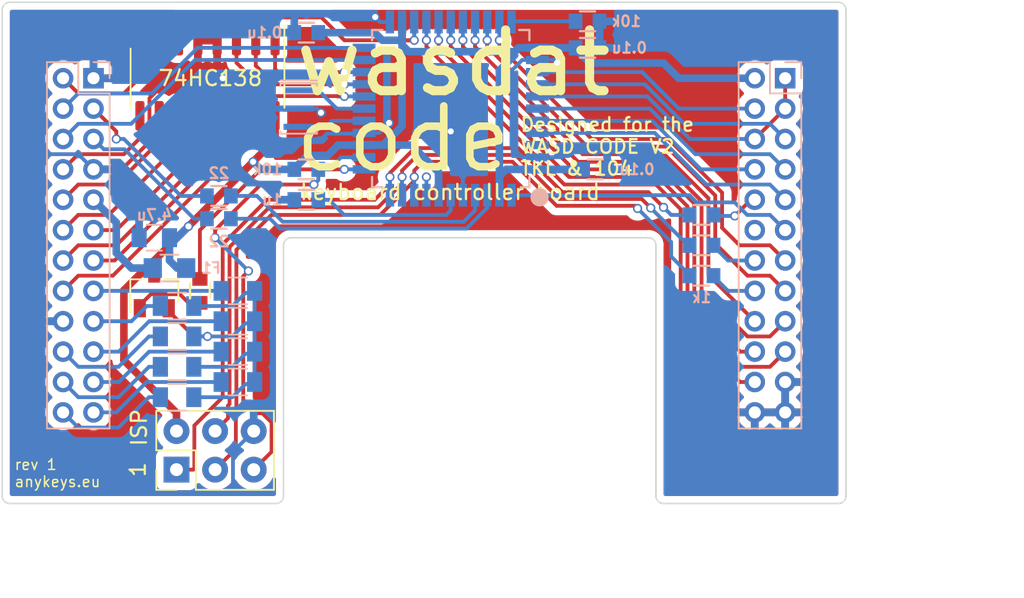
<source format=kicad_pcb>
(kicad_pcb (version 20210228) (generator pcbnew)
  (layers (0 "F.Cu" signal) (31 "B.Cu" signal) (34 "B.Paste" user) (35 "F.Paste" user) (36 "B.SilkS" user "B.Silkscreen") (37 "F.SilkS" user "F.Silkscreen") (38 "B.Mask" user) (39 "F.Mask" user) (44 "Edge.Cuts" user))
  (net 0 "")
  (net 1 "GND")
  (net 2 "VCC")
  (net 3 "D+")
  (net 4 "D-")
  (net 5 "col11")
  (net 6 "col1")
  (net 7 "col6")
  (net 8 "col7")
  (net 9 "col8")
  (net 10 "col9")
  (net 11 "col10")
  (net 12 "col12")
  (net 13 "col13")
  (net 14 "col14")
  (net 15 "row7")
  (net 16 "row6")
  (net 17 "row5")
  (net 18 "row4")
  (net 19 "row3")
  (net 20 "row2")
  (net 21 "LED_caps")
  (net 22 "LED_scroll")
  (net 23 "col4")
  (net 24 "col3")
  (net 25 "col2")
  (net 26 "col0")
  (net 27 "Net-(H1-Pad23)")
  (net 28 "Net-(H1-Pad22)")
  (net 29 "Net-(H1-Pad21)")
  (net 30 "Net-(H1-Pad20)")
  (net 31 "Net-(H1-Pad19)")
  (net 32 "Net-(R3-Pad1)")
  (net 33 "Net-(R4-Pad1)")
  (net 34 "backlight")
  (net 35 "Net-(Q1-Pad1)")
  (net 36 "RST")
  (net 37 "Net-(H1-Pad24)")
  (net 38 "row1")
  (net 39 "row0")
  (net 40 "col5")
  (net 41 "LED_num")
  (net 42 "Net-(U1-Pad16)")
  (net 43 "Net-(U1-Pad17)")
  (net 44 "A0")
  (net 45 "A1")
  (net 46 "A2")
  (net 47 "col15")
  (net 48 "Net-(R2-Pad1)")
  (net 49 "mux_enable")
  (net 50 "Net-(F1-Pad2)")
  (net 51 "Net-(H1-Pad17)")
  (net 52 "Net-(H1-Pad15)")
  (net 53 "Net-(H2-Pad16)")
  (net 54 "Net-(H2-Pad14)")
  (net 55 "Net-(H2-Pad10)")
  (footprint "Keeb_components:SOT-23" (layer "F.Cu") (at 10 19 90)
    (fp_text reference "Q1")
    (fp_text value "AO3400" hide)
  )
  (footprint "Keeb_components:R_0603" (layer "F.Cu") (at 13 19 -90)
    (fp_text reference "R3" hide)
    (fp_text value "10k")
  )
  (footprint "Keeb_components:isp_standard" (layer "F.Cu") (at 14 29.5 90)
    (fp_text reference "J1" hide)
    (fp_text value "ISP")
  )
  (footprint "Package_SO:SOIC-16_3.9x9.9mm_P1.27mm" (layer "F.Cu") (at 13.5 5 -90)
    (fp_text reference "U2" hide)
    (fp_text value "74HC138")
  )
  (footprint "Keeb_components:C_0603" (layer "B.Cu") (at 20 13 180)
    (fp_text reference "C5" hide)
    (fp_text value "1u")
  )
  (footprint "Keeb_components:ATMEGA32U4" (layer "B.Cu") (at 29.5 7 90)
    (fp_text reference "U1")
    (fp_text value "ATmega32U4")
  )
  (footprint "Keeb_components:C_0603" (layer "B.Cu") (at 20 2 180)
    (fp_text reference "C1" hide)
    (fp_text value "0.1u")
  )
  (footprint "Keeb_components:C_0603" (layer "B.Cu") (at 38.5 3)
    (fp_text reference "C2" hide)
    (fp_text value "0.1u")
  )
  (footprint "Keeb_components:C_0603" (layer "B.Cu") (at 39 11)
    (fp_text reference "C3" hide)
    (fp_text value "0.1u")
  )
  (footprint "Keeb_components:R_0603" (layer "B.Cu") (at 46 16 180)
    (fp_text reference "R7" hide)
    (fp_text value "1k")
  )
  (footprint "Keeb_components:R_0805" (layer "B.Cu") (at 11.5 22 180)
    (fp_text reference "R14" hide)
    (fp_text value "75" hide)
  )
  (footprint "Keeb_components:R_0805" (layer "B.Cu") (at 15.5 19)
    (fp_text reference "R9" hide)
    (fp_text value "75" hide)
  )
  (footprint "Keeb_components:R_0805" (layer "B.Cu") (at 11.5 26 180)
    (fp_text reference "R16" hide)
    (fp_text value "75" hide)
  )
  (footprint "Keeb_components:R_0603" (layer "B.Cu") (at 20 11)
    (fp_text reference "R5" hide)
    (fp_text value "10k")
  )
  (footprint "Keeb_components:R_0603" (layer "B.Cu") (at 46 18 180)
    (fp_text reference "R8" hide)
    (fp_text value "1k")
  )
  (footprint "Connector_PinHeader_2.00mm:PinHeader_2x12_P2.00mm_Vertical" (layer "B.Cu") (at 6 5 180)
    (fp_text reference "H1" hide)
    (fp_text value "Left" hide)
  )
  (footprint "Connector_PinHeader_2.00mm:PinHeader_2x12_P2.00mm_Vertical" (layer "B.Cu") (at 51.5 5 180)
    (fp_text reference "H2" hide)
    (fp_text value "Right" hide)
  )
  (footprint "Keeb_components:R_0805" (layer "B.Cu") (at 11.5 24 180)
    (fp_text reference "R15" hide)
    (fp_text value "75" hide)
  )
  (footprint "Keeb_components:R_0805" (layer "B.Cu") (at 15.5 21)
    (fp_text reference "R11" hide)
    (fp_text value "75" hide)
  )
  (footprint "Keeb_components:R_0603" (layer "B.Cu") (at 14.25 14.25 180)
    (fp_text reference "R2" hide)
    (fp_text value "22")
  )
  (footprint "Keeb_components:R_0805" (layer "B.Cu") (at 15.5 25)
    (fp_text reference "R13" hide)
    (fp_text value "75" hide)
  )
  (footprint "Keeb_components:R_0603" (layer "B.Cu") (at 46 14 180)
    (fp_text reference "R6" hide)
    (fp_text value "1k")
  )
  (footprint "Keeb_components:Resonator_SMD_muRata_CSTNExxV-3Pin-p1.2" (layer "B.Cu") (at 19.5 7 -90)
    (fp_text reference "X1" hide)
    (fp_text value "16mhz")
  )
  (footprint "Keeb_components:R_0603" (layer "B.Cu") (at 14.25 12.75 180)
    (fp_text reference "R1" hide)
    (fp_text value "22")
  )
  (footprint "Keeb_components:R_0805" (layer "B.Cu") (at 15.5 23)
    (fp_text reference "R12" hide)
    (fp_text value "75" hide)
  )
  (footprint "Keeb_components:R_0603" (layer "B.Cu") (at 38.5 1.25)
    (fp_text reference "R4" hide)
    (fp_text value "10k")
  )
  (footprint "Keeb_components:R_0805" (layer "B.Cu") (at 11.5 20)
    (fp_text reference "R10" hide)
    (fp_text value "75" hide)
  )
  (footprint "Keeb_components:C_0805" (layer "B.Cu") (at 10 15.5 180)
    (fp_text reference "C4")
    (fp_text value "4.7u")
  )
  (footprint "Keeb_components:R_0805" (layer "B.Cu") (at 11 17.5 180)
    (fp_text reference "F1")
    (fp_text value "Polyfuse" hide)
  )
  (gr_line (start 0.5 0) (end 55 0) (layer "Edge.Cuts") (width 0.1))
  (gr_line (start 55 33) (end 43.5 33) (layer "Edge.Cuts") (width 0.1))
  (gr_line (start 0 0.5) (end 0 32.5) (layer "Edge.Cuts") (width 0.1))
  (gr_arc (start 42.5 16) (end 43 16) (angle -90) (layer "Edge.Cuts") (width 0.1))
  (gr_line (start 18.5 16) (end 18.5 32.5) (layer "Edge.Cuts") (width 0.1))
  (gr_line (start 18 33) (end 0.5 33) (layer "Edge.Cuts") (width 0.1))
  (gr_arc (start 55 32.5) (end 55 33) (angle -90) (layer "Edge.Cuts") (width 0.1))
  (gr_line (start 42.5 15.5) (end 19 15.5) (layer "Edge.Cuts") (width 0.1))
  (gr_arc (start 0.5 32.5) (end 0 32.5) (angle -90) (layer "Edge.Cuts") (width 0.1))
  (gr_line (start 55.5 0.5) (end 55.5 32.5) (layer "Edge.Cuts") (width 0.1))
  (gr_arc (start 19 16) (end 19 15.5) (angle -90) (layer "Edge.Cuts") (width 0.1))
  (gr_line (start 43 32.5) (end 43 16) (layer "Edge.Cuts") (width 0.1))
  (gr_arc (start 18 32.5) (end 18 33) (angle -90) (layer "Edge.Cuts") (width 0.1))
  (gr_arc (start 43.5 32.5) (end 43 32.5) (angle -90) (layer "Edge.Cuts") (width 0.1))
  (gr_arc (start 55 0.5) (end 55.5 0.5) (angle -90) (layer "Edge.Cuts") (width 0.1))
  (gr_arc (start 0.5 0.5) (end 0.5 0) (angle -90) (layer "Edge.Cuts") (width 0.1))
  (gr_text "code" (at 19 9) (layer "F.SilkS") (effects (font (size 4 4) (thickness 0.5)) (justify left)))
  (gr_text "rev 1\nanykeys.eu" (at 0.75 31) (layer "F.SilkS") (effects (font (size 0.7 0.7) (thickness 0.1)) (justify left)))
  (gr_text "wasdat" (at 19 4) (layer "F.SilkS") (effects (font (size 4 4) (thickness 0.6)) (justify left)))
  (gr_text "Designed for the\nWASD CODE V2\nTKL & 104" (at 34 9.5) (layer "F.SilkS") (effects (font (size 0.9 0.9)) (justify left)))
  (gr_text "keyboard controller board" (at 19.5 12.5) (layer "F.SilkS") (effects (font (size 1 1)) (justify left)))
  (via (at 27.899994 11.5) (size 0.6) (drill 0.4) (layers "F.Cu" "B.Cu") (net 0))
  (segment (start 21.4875 13) (end 22.4875 14) (width 0.25) (layer "B.Cu") (net 0))
  (segment (start 29.2 14) (end 29.5 13.7) (width 0.25) (layer "B.Cu") (net 0))
  (segment (start 20.7875 13) (end 21.4875 13) (width 0.25) (layer "B.Cu") (net 0))
  (segment (start 27.9 11.500006) (end 27.899994 11.5) (width 0.25) (layer "B.Cu") (net 0))
  (segment (start 22.4875 14) (end 29.2 14) (width 0.25) (layer "B.Cu") (net 0))
  (segment (start 29.5 13.7) (end 29.5 12.7) (width 0.25) (layer "B.Cu") (net 0))
  (segment (start 27.9 12.7) (end 27.9 11.500006) (width 0.25) (layer "B.Cu") (net 0))
  (segment (start 7.86359 11) (end 9.68001 9.18358) (width 0.25) (layer "F.Cu") (net 1))
  (segment (start 9.68001 6.31999) (end 10.5 5.5) (width 0.25) (layer "F.Cu") (net 1))
  (segment (start 12.865 2.525) (end 14.135 2.525) (width 0.25) (layer "F.Cu") (net 1))
  (segment (start 14.135 4.635) (end 14.5 5) (width 0.25) (layer "F.Cu") (net 1))
  (segment (start 6 11) (end 7.86359 11) (width 0.25) (layer "F.Cu") (net 1))
  (segment (start 9.68001 9.18358) (end 9.68001 6.31999) (width 0.25) (layer "F.Cu") (net 1))
  (segment (start 14.135 2.525) (end 14.135 4.635) (width 0.25) (layer "F.Cu") (net 1))
  (via (at 29.5 8.5) (size 0.6) (drill 0.4) (layers "F.Cu" "B.Cu") (net 1))
  (via (at 14.5 5) (size 0.6) (drill 0.4) (layers "F.Cu" "B.Cu") (net 1))
  (via (at 20.966254 7.271569) (size 0.6) (drill 0.4) (layers "F.Cu" "B.Cu") (net 1))
  (via (at 24.530331 0.969669) (size 0.6) (drill 0.4) (layers "F.Cu" "B.Cu") (net 1))
  (via (at 25.444669 7.944669) (size 0.6) (drill 0.4) (layers "F.Cu" "B.Cu") (net 1))
  (via (at 36.5 3.975) (size 0.6) (drill 0.4) (layers "F.Cu" "B.Cu") (net 1))
  (segment (start 21.349991 8.650009) (end 21 9) (width 0.25) (layer "B.Cu") (net 1))
  (segment (start 5 10) (end 2.5 10) (width 0.25) (layer "B.Cu") (net 1))
  (segment (start 35.2 10.2) (end 36.8 10.2) (width 0.25) (layer "B.Cu") (net 1))
  (segment (start 23.8 8.6) (end 23.749991 8.650009) (width 0.25) (layer "B.Cu") (net 1))
  (segment (start 15.175001 31.824999) (end 15 32) (width 0.25) (layer "B.Cu") (net 1))
  (segment (start 24.789338 8.6) (end 25.444669 7.944669) (width 0.25) (layer "B.Cu") (net 1))
  (segment (start 30.3 12.7) (end 30.3 9.3) (width 0.25) (layer "B.Cu") (net 1))
  (segment (start 33.5 4.5) (end 34.2 3.8) (width 0.25) (layer "B.Cu") (net 1))
  (segment (start 35.2 10.2) (end 34.2 10.2) (width 0.25) (layer "B.Cu") (net 1))
  (segment (start 34.2 3.8) (end 35.2 3.8) (width 0.25) (layer "B.Cu") (net 1))
  (segment (start 36.8 10.2) (end 37 10) (width 0.25) (layer "B.Cu") (net 1))
  (segment (start 16.54 28.23) (end 15.175001 29.594999) (width 0.25) (layer "B.Cu") (net 1))
  (segment (start 15.175001 29.594999) (end 15.175001 31.824999) (width 0.25) (layer "B.Cu") (net 1))
  (segment (start 30.3 9.3) (end 29.5 8.5) (width 0.25) (layer "B.Cu") (net 1))
  (segment (start 24.860662 1.3) (end 24.530331 0.969669) (width 0.25) (layer "B.Cu") (net 1))
  (segment (start 34.2 10.2) (end 33.5 9.5) (width 0.25) (layer "B.Cu") (net 1))
  (segment (start 23.8 8.6) (end 24.789338 8.6) (width 0.25) (layer "B.Cu") (net 1))
  (segment (start 39.2875 3) (end 39.2875 1.25) (width 0.25) (layer "B.Cu") (net 1))
  (segment (start 21 9) (end 19.5 9) (width 0.25) (layer "B.Cu") (net 1))
  (segment (start 25.5 1.3) (end 24.860662 1.3) (width 0.25) (layer "B.Cu") (net 1))
  (segment (start 6 11) (end 5 10) (width 0.25) (layer "B.Cu") (net 1))
  (segment (start 19.5 7) (end 20.694685 7) (width 0.25) (layer "B.Cu") (net 1))
  (segment (start 23.749991 8.650009) (end 21.349991 8.650009) (width 0.25) (layer "B.Cu") (net 1))
  (segment (start 35.2 3.8) (end 36.325 3.8) (width 0.25) (layer "B.Cu") (net 1))
  (segment (start 36.325 3.8) (end 36.5 3.975) (width 0.25) (layer "B.Cu") (net 1))
  (segment (start 33.5 9.5) (end 33.5 4.5) (width 0.25) (layer "B.Cu") (net 1))
  (segment (start 20.694685 7) (end 20.966254 7.271569) (width 0.25) (layer "B.Cu") (net 1))
  (segment (start 16.5 10.5) (end 16 11) (width 0.5) (layer "F.Cu") (net 2))
  (segment (start 11.46 27.027919) (end 8 23.567919) (width 0.5) (layer "F.Cu") (net 2))
  (segment (start 12 15) (end 11.75 15.25) (width 0.5) (layer "F.Cu") (net 2))
  (segment (start 9.1 17.857) (end 10 17.857) (width 0.5) (layer "F.Cu") (net 2))
  (segment (start 8 23.567919) (end 8 18.957) (width 0.5) (layer "F.Cu") (net 2))
  (segment (start 11.25 15.75) (end 10 17) (width 0.5) (layer "F.Cu") (net 2))
  (segment (start 16 11) (end 12 15) (width 0.5) (layer "F.Cu") (net 2))
  (segment (start 8 18.957) (end 9.1 17.857) (width 0.5) (layer "F.Cu") (net 2))
  (segment (start 11.46 28.23) (end 11.46 27.027919) (width 0.5) (layer "F.Cu") (net 2))
  (segment (start 10 17.857) (end 10 17) (width 0.5) (layer "F.Cu") (net 2))
  (segment (start 17.945 7.475) (end 17.945 9.055) (width 0.5) (layer "F.Cu") (net 2))
  (segment (start 17.5 9.5) (end 16.5 10.5) (width 0.5) (layer "F.Cu") (net 2))
  (segment (start 17.945 9.055) (end 17.5 9.5) (width 0.5) (layer "F.Cu") (net 2))
  (segment (start 11.75 15.25) (end 11.25 15.75) (width 0.5) (layer "F.Cu") (net 2))
  (via (at 12.246013 14.755483) (size 0.6) (drill 0.4) (layers "F.Cu" "B.Cu") (net 2))
  (via (at 16.5 10.5) (size 0.6) (drill 0.4) (layers "F.Cu" "B.Cu") (net 2))
  (segment (start 32.7 12.7) (end 32.7 4.486814) (width 0.5) (layer "B.Cu") (net 2))
  (segment (start 26.3 2.55) (end 26.3 1.3) (width 0.5) (layer "B.Cu") (net 2))
  (segment (start 37.7125 3.05) (end 38.6625 4) (width 0.5) (layer "B.Cu") (net 2))
  (segment (start 26.3 1.3) (end 26.3 8.15) (width 0.5) (layer "B.Cu") (net 2))
  (segment (start 44.5 5) (end 49.5 5) (width 0.5) (layer "B.Cu") (net 2))
  (segment (start 33.95 3) (end 33.699999 3.250001) (width 0.5) (layer "B.Cu") (net 2))
  (segment (start 26.73999 3.250001) (end 26.3 2.810011) (width 0.5) (layer "B.Cu") (net 2))
  (segment (start 17 11) (end 16.5 10.5) (width 0.5) (layer "B.Cu") (net 2))
  (segment (start 19.2125 11) (end 19.2125 10.95) (width 0.5) (layer "B.Cu") (net 2))
  (segment (start 33.699999 3.250001) (end 26.73999 3.250001) (width 0.5) (layer "B.Cu") (net 2))
  (segment (start 21.41875 10.08125) (end 20.08125 10.08125) (width 0.5) (layer "B.Cu") (net 2))
  (segment (start 33.5 11) (end 33.95 11) (width 0.5) (layer "B.Cu") (net 2))
  (segment (start 32.7 11.45) (end 33.15 11) (width 0.5) (layer "B.Cu") (net 2))
  (segment (start 11.501496 15.5) (end 12.246013 14.755483) (width 0.5) (layer "B.Cu") (net 2))
  (segment (start 38.2125 11) (end 35.2 11) (width 0.5) (layer "B.Cu") (net 2))
  (segment (start 24.500001 2) (end 25.000002 2.500001) (width 0.5) (layer "B.Cu") (net 2))
  (segment (start 35.2 3) (end 33.95 3) (width 0.5) (layer "B.Cu") (net 2))
  (segment (start 38.6625 4) (end 43.5 4) (width 0.5) (layer "B.Cu") (net 2))
  (segment (start 26.135001 2.500001) (end 26.3 2.335002) (width 0.5) (layer "B.Cu") (net 2))
  (segment (start 23.8 9.4) (end 22.1 9.4) (width 0.5) (layer "B.Cu") (net 2))
  (segment (start 33.699999 3.486815) (end 33.699999 3.250001) (width 0.5) (layer "B.Cu") (net 2))
  (segment (start 23.8 9.4) (end 26.909996 9.4) (width 0.5) (layer "B.Cu") (net 2))
  (segment (start 11.5 17.5) (end 12.1 17.5) (width 0.5) (layer "B.Cu") (net 2))
  (segment (start 19.2125 10.95) (end 20.08125 10.08125) (width 0.5) (layer "B.Cu") (net 2))
  (segment (start 11 17) (end 11.5 17.5) (width 0.5) (layer "B.Cu") (net 2))
  (segment (start 25.000002 2.500001) (end 26.135001 2.500001) (width 0.5) (layer "B.Cu") (net 2))
  (segment (start 28.7 11.190004) (end 28.7 11.45) (width 0.5) (layer "B.Cu") (net 2))
  (segment (start 26.3 8.15) (end 25.05 9.4) (width 0.5) (layer "B.Cu") (net 2))
  (segment (start 26.3 2.335002) (end 26.3 1.3) (width 0.5) (layer "B.Cu") (net 2))
  (segment (start 32.7 4.486814) (end 33.699999 3.486815) (width 0.5) (layer "B.Cu") (net 2))
  (segment (start 22.1 9.4) (end 21.41875 10.08125) (width 0.5) (layer "B.Cu") (net 2))
  (segment (start 33.95 11) (end 35.2 11) (width 0.5) (layer "B.Cu") (net 2))
  (segment (start 25.05 9.4) (end 23.8 9.4) (width 0.5) (layer "B.Cu") (net 2))
  (segment (start 37.7125 3) (end 37.7125 3.05) (width 0.5) (layer "B.Cu") (net 2))
  (segment (start 32.7 12.7) (end 32.7 11.45) (width 0.5) (layer "B.Cu") (net 2))
  (segment (start 26.3 2.810011) (end 26.3 2.55) (width 0.5) (layer "B.Cu") (net 2))
  (segment (start 11 16.5) (end 11 17) (width 0.5) (layer "B.Cu") (net 2))
  (segment (start 19.2125 11) (end 17 11) (width 0.5) (layer "B.Cu") (net 2))
  (segment (start 28.7 11.45) (end 28.7 12.7) (width 0.5) (layer "B.Cu") (net 2))
  (segment (start 11 15.5) (end 11.501496 15.5) (width 0.5) (layer "B.Cu") (net 2))
  (segment (start 43.5 4) (end 44.5 5) (width 0.5) (layer "B.Cu") (net 2))
  (segment (start 20.7875 2) (end 24.500001 2) (width 0.5) (layer "B.Cu") (net 2))
  (segment (start 35.2 3) (end 37.7125 3) (width 0.5) (layer "B.Cu") (net 2))
  (segment (start 26.909996 9.4) (end 28.7 11.190004) (width 0.5) (layer "B.Cu") (net 2))
  (segment (start 11 15.5) (end 11 16.5) (width 0.5) (layer "B.Cu") (net 2))
  (segment (start 19.2125 11) (end 19 11) (width 0.5) (layer "B.Cu") (net 2))
  (segment (start 33.15 11) (end 33.5 11) (width 0.5) (layer "B.Cu") (net 2))
  (segment (start 7.5 9) (end 7.5 8.5) (width 0.25) (layer "F.Cu") (net 3))
  (segment (start 7.5 8.5) (end 6 7) (width 0.25) (layer "F.Cu") (net 3))
  (via (at 7.5 9) (size 0.6) (drill 0.4) (layers "F.Cu" "B.Cu") (net 3))
  (segment (start 11.75 12.75) (end 13.462499 12.75) (width 0.25) (layer "B.Cu") (net 3))
  (segment (start 7.5 9) (end 8 9) (width 0.25) (layer "B.Cu") (net 3))
  (segment (start 8 9) (end 11.75 12.75) (width 0.25) (layer "B.Cu") (net 3))
  (segment (start 6 9) (end 6.674999 9.674999) (width 0.25) (layer "B.Cu") (net 4))
  (segment (start 6.674999 9.674999) (end 8.038589 9.674999) (width 0.25) (layer "B.Cu") (net 4))
  (segment (start 8.038589 9.674999) (end 12.61359 14.25) (width 0.25) (layer "B.Cu") (net 4))
  (segment (start 12.61359 14.25) (end 13.462499 14.25) (width 0.25) (layer "B.Cu") (net 4))
  (segment (start 5 14) (end 4 15) (width 0.25) (layer "F.Cu") (net 5))
  (segment (start 11.595 9.405) (end 7 14) (width 0.25) (layer "F.Cu") (net 5))
  (segment (start 11.595 7.475) (end 11.595 9.405) (width 0.25) (layer "F.Cu") (net 5))
  (segment (start 7 14) (end 5 14) (width 0.25) (layer "F.Cu") (net 5))
  (segment (start 49.5 9) (end 51.5 7) (width 0.25) (layer "F.Cu") (net 6))
  (segment (start 51.5 5) (end 51.5 7) (width 0.25) (layer "F.Cu") (net 6))
  (segment (start 35.2 6.2) (end 42.42718 6.2) (width 0.25) (layer "B.Cu") (net 6))
  (segment (start 42.42718 6.2) (end 45.22718 9) (width 0.25) (layer "B.Cu") (net 6))
  (segment (start 48.545406 9) (end 49.5 9) (width 0.25) (layer "B.Cu") (net 6))
  (segment (start 45.22718 9) (end 48.545406 9) (width 0.25) (layer "B.Cu") (net 6))
  (segment (start 4 5) (end 5 6) (width 0.25) (layer "F.Cu") (net 7))
  (segment (start 5 6) (end 8 6) (width 0.25) (layer "F.Cu") (net 7))
  (segment (start 10.325 3.675) (end 10.325 2.525) (width 0.25) (layer "F.Cu") (net 7))
  (segment (start 8 6) (end 10.325 3.675) (width 0.25) (layer "F.Cu") (net 7))
  (segment (start 5 6) (end 4 7) (width 0.25) (layer "B.Cu") (net 8))
  (segment (start 9.843592 6) (end 5 6) (width 0.25) (layer "B.Cu") (net 8))
  (segment (start 23.8 3) (end 12.843592 3) (width 0.25) (layer "B.Cu") (net 8))
  (segment (start 12.843592 3) (end 9.843592 6) (width 0.25) (layer "B.Cu") (net 8))
  (segment (start 4 9) (end 5 8) (width 0.25) (layer "B.Cu") (net 9))
  (segment (start 8.480002 8) (end 12.680002 3.8) (width 0.25) (layer "B.Cu") (net 9))
  (segment (start 5 8) (end 8.480002 8) (width 0.25) (layer "B.Cu") (net 9))
  (segment (start 12.680002 3.8) (end 23.8 3.8) (width 0.25) (layer "B.Cu") (net 9))
  (segment (start 8 10) (end 5 10) (width 0.25) (layer "F.Cu") (net 10))
  (segment (start 4.674999 10.325001) (end 4 11) (width 0.25) (layer "F.Cu") (net 10))
  (segment (start 5 10) (end 4.674999 10.325001) (width 0.25) (layer "F.Cu") (net 10))
  (segment (start 9.055 7.475) (end 9.055 8.945) (width 0.25) (layer "F.Cu") (net 10))
  (segment (start 9.055 8.945) (end 8 10) (width 0.25) (layer "F.Cu") (net 10))
  (segment (start 10.325 7.475) (end 10.325 9.175) (width 0.25) (layer "F.Cu") (net 11))
  (segment (start 5 12) (end 4 13) (width 0.25) (layer "F.Cu") (net 11))
  (segment (start 7.5 12) (end 5 12) (width 0.25) (layer "F.Cu") (net 11))
  (segment (start 10.325 9.175) (end 7.5 12) (width 0.25) (layer "F.Cu") (net 11))
  (segment (start 12.865 7.475) (end 12.865 9.635) (width 0.25) (layer "F.Cu") (net 12))
  (segment (start 12.865 9.635) (end 7.5 15) (width 0.25) (layer "F.Cu") (net 12))
  (segment (start 7.5 15) (end 7 15) (width 0.25) (layer "F.Cu") (net 12))
  (segment (start 7 15) (end 6 15) (width 0.25) (layer "F.Cu") (net 12))
  (segment (start 5 16) (end 4 17) (width 0.25) (layer "F.Cu") (net 13))
  (segment (start 14.135 7.475) (end 14.135 9.365) (width 0.25) (layer "F.Cu") (net 13))
  (segment (start 7.5 16) (end 5 16) (width 0.25) (layer "F.Cu") (net 13))
  (segment (start 14.135 9.365) (end 7.5 16) (width 0.25) (layer "F.Cu") (net 13))
  (segment (start 15.405 7.475) (end 15.405 8.983114) (width 0.25) (layer "F.Cu") (net 14))
  (segment (start 15.405 8.983114) (end 12.944057 11.444057) (width 0.25) (layer "F.Cu") (net 14))
  (segment (start 12.944057 11.444057) (end 7.388114 17) (width 0.25) (layer "F.Cu") (net 14))
  (segment (start 6 17) (end 7 17) (width 0.25) (layer "F.Cu") (net 14))
  (segment (start 7.388114 17) (end 7 17) (width 0.25) (layer "F.Cu") (net 14))
  (segment (start 27.899994 2.924264) (end 27.899994 2.5) (width 0.25) (layer "F.Cu") (net 15))
  (segment (start 44.625 21.079594) (end 48.545406 25) (width 0.25) (layer "F.Cu") (net 15))
  (segment (start 49.5 25) (end 48.545406 25) (width 0.25) (layer "F.Cu") (net 15))
  (segment (start 44.625 13.625) (end 44.625 21.079594) (width 0.25) (layer "F.Cu") (net 15))
  (segment (start 43 12) (end 36.97573 12) (width 0.25) (layer "F.Cu") (net 15))
  (segment (start 36.97573 12) (end 27.899994 2.924264) (width 0.25) (layer "F.Cu") (net 15))
  (segment (start 44.625 13.625) (end 43 12) (width 0.25) (layer "F.Cu") (net 15))
  (via (at 27.899994 2.5) (size 0.6) (drill 0.4) (layers "F.Cu" "B.Cu") (net 15))
  (segment (start 27.9 1.3) (end 27.9 2.499994) (width 0.25) (layer "B.Cu") (net 15))
  (segment (start 27.9 2.499994) (end 27.899994 2.5) (width 0.25) (layer "B.Cu") (net 15))
  (segment (start 48.5 24) (end 45.07501 20.57501) (width 0.25) (layer "F.Cu") (net 16))
  (segment (start 28.699997 2.924264) (end 28.699997 2.5) (width 0.25) (layer "F.Cu") (net 16))
  (segment (start 45.07501 20.57501) (end 45.07501 13.4386) (width 0.25) (layer "F.Cu") (net 16))
  (segment (start 51.5 23) (end 50.5 24) (width 0.25) (layer "F.Cu") (net 16))
  (segment (start 43.13641 11.5) (end 37.275733 11.5) (width 0.25) (layer "F.Cu") (net 16))
  (segment (start 45.07501 13.4386) (end 43.13641 11.5) (width 0.25) (layer "F.Cu") (net 16))
  (segment (start 37.275733 11.5) (end 28.699997 2.924264) (width 0.25) (layer "F.Cu") (net 16))
  (segment (start 50.5 24) (end 48.5 24) (width 0.25) (layer "F.Cu") (net 16))
  (via (at 28.699997 2.5) (size 0.6) (drill 0.4) (layers "F.Cu" "B.Cu") (net 16))
  (segment (start 28.7 1.3) (end 28.7 2.499997) (width 0.25) (layer "B.Cu") (net 16))
  (segment (start 28.7 2.499997) (end 28.699997 2.5) (width 0.25) (layer "B.Cu") (net 16))
  (segment (start 45.52502 13.2522) (end 45.52502 19.979614) (width 0.25) (layer "F.Cu") (net 17))
  (segment (start 45.52502 19.979614) (end 48.545406 23) (width 0.25) (layer "F.Cu") (net 17))
  (segment (start 29.5 2.924264) (end 37.575736 11) (width 0.25) (layer "F.Cu") (net 17))
  (segment (start 48.545406 23) (end 49.5 23) (width 0.25) (layer "F.Cu") (net 17))
  (segment (start 29.5 2.5) (end 29.5 2.924264) (width 0.25) (layer "F.Cu") (net 17))
  (segment (start 37.575736 11) (end 43.27282 11) (width 0.25) (layer "F.Cu") (net 17))
  (segment (start 43.27282 11) (end 45.52502 13.2522) (width 0.25) (layer "F.Cu") (net 17))
  (via (at 29.5 2.5) (size 0.6) (drill 0.4) (layers "F.Cu" "B.Cu") (net 17))
  (segment (start 29.5 1.3) (end 29.5 2.5) (width 0.25) (layer "B.Cu") (net 17))
  (segment (start 43.40923 10.5) (end 46 13.09077) (width 0.25) (layer "F.Cu") (net 18))
  (segment (start 50.825001 21.674999) (end 51.5 21) (width 0.25) (layer "F.Cu") (net 18))
  (segment (start 42.5 10.5) (end 43.40923 10.5) (width 0.25) (layer "F.Cu") (net 18))
  (segment (start 49.019998 22) (end 50.5 22) (width 0.25) (layer "F.Cu") (net 18))
  (segment (start 30.300003 2.5) (end 30.300003 2.924264) (width 0.25) (layer "F.Cu") (net 18))
  (segment (start 46 13.09077) (end 46 18.980002) (width 0.25) (layer "F.Cu") (net 18))
  (segment (start 37.875739 10.5) (end 42.5 10.5) (width 0.25) (layer "F.Cu") (net 18))
  (segment (start 45.295385 12.386155) (end 45.97503 13.0658) (width 0.25) (layer "F.Cu") (net 18))
  (segment (start 46 18.980002) (end 49.019998 22) (width 0.25) (layer "F.Cu") (net 18))
  (segment (start 30.300003 2.924264) (end 37.875739 10.5) (width 0.25) (layer "F.Cu") (net 18))
  (segment (start 50.5 22) (end 50.825001 21.674999) (width 0.25) (layer "F.Cu") (net 18))
  (via (at 30.300003 2.5) (size 0.6) (drill 0.4) (layers "F.Cu" "B.Cu") (net 18))
  (segment (start 30.3 1.3) (end 30.3 2.499997) (width 0.25) (layer "B.Cu") (net 18))
  (segment (start 30.3 2.499997) (end 30.300003 2.5) (width 0.25) (layer "B.Cu") (net 18))
  (segment (start 46.45001 17.95001) (end 48.825001 20.325001) (width 0.25) (layer "F.Cu") (net 19))
  (segment (start 31.100006 2.5) (end 31.100006 2.924264) (width 0.25) (layer "F.Cu") (net 19))
  (segment (start 38.175742 10) (end 43.54564 10) (width 0.25) (layer "F.Cu") (net 19))
  (segment (start 48.825001 20.325001) (end 49.5 21) (width 0.25) (layer "F.Cu") (net 19))
  (segment (start 43.54564 10) (end 46.45001 12.90437) (width 0.25) (layer "F.Cu") (net 19))
  (segment (start 46.45001 12.90437) (end 46.45001 17.95001) (width 0.25) (layer "F.Cu") (net 19))
  (segment (start 31.100006 2.924264) (end 38.175742 10) (width 0.25) (layer "F.Cu") (net 19))
  (via (at 31.100006 2.5) (size 0.6) (drill 0.4) (layers "F.Cu" "B.Cu") (net 19))
  (segment (start 31.1 2.499994) (end 31.100006 2.5) (width 0.25) (layer "B.Cu") (net 19))
  (segment (start 31.1 1.3) (end 31.1 2.499994) (width 0.25) (layer "B.Cu") (net 19))
  (segment (start 31.900009 2.924264) (end 38.475745 9.5) (width 0.25) (layer "F.Cu") (net 20))
  (segment (start 43.68205 9.5) (end 46.90002 12.71797) (width 0.25) (layer "F.Cu") (net 20))
  (segment (start 49.019998 18) (end 50.5 18) (width 0.25) (layer "F.Cu") (net 20))
  (segment (start 31.900009 2.5) (end 31.900009 2.924264) (width 0.25) (layer "F.Cu") (net 20))
  (segment (start 38.475745 9.5) (end 43.68205 9.5) (width 0.25) (layer "F.Cu") (net 20))
  (segment (start 50.5 18) (end 51.5 19) (width 0.25) (layer "F.Cu") (net 20))
  (segment (start 46.90002 12.71797) (end 46.90002 15.880022) (width 0.25) (layer "F.Cu") (net 20))
  (segment (start 46.90002 15.880022) (end 49.019998 18) (width 0.25) (layer "F.Cu") (net 20))
  (via (at 31.900009 2.5) (size 0.6) (drill 0.4) (layers "F.Cu" "B.Cu") (net 20))
  (segment (start 31.9 1.3) (end 31.9 2.499991) (width 0.25) (layer "B.Cu") (net 20))
  (segment (start 31.9 2.499991) (end 31.900009 2.5) (width 0.25) (layer "B.Cu") (net 20))
  (segment (start 15.364999 29.405001) (end 14 30.77) (width 0.25) (layer "F.Cu") (net 21))
  (segment (start 17.697822 14) (end 15.400021 16.297801) (width 0.25) (layer "F.Cu") (net 21))
  (segment (start 27.675727 10.5) (end 33.5665 10.5) (width 0.25) (layer "F.Cu") (net 21))
  (segment (start 24.860662 14) (end 17.697822 14) (width 0.25) (layer "F.Cu") (net 21))
  (segment (start 15.364999 27.364999) (end 15.364999 29.405001) (width 0.25) (layer "F.Cu") (net 21))
  (segment (start 41.616491 13.40002) (end 41.791481 13.57501) (width 0.25) (layer "F.Cu") (net 21))
  (segment (start 27.099991 11.5) (end 27.099991 11.075736) (width 0.25) (layer "F.Cu") (net 21))
  (segment (start 27.099991 11.075736) (end 27.675727 10.5) (width 0.25) (layer "F.Cu") (net 21))
  (segment (start 27.099991 11.760671) (end 24.860662 14) (width 0.25) (layer "F.Cu") (net 21))
  (segment (start 36.46652 13.40002) (end 41.616491 13.40002) (width 0.25) (layer "F.Cu") (net 21))
  (segment (start 15.40002 27.329978) (end 15.364999 27.364999) (width 0.25) (layer "F.Cu") (net 21))
  (segment (start 33.5665 10.5) (end 36.46652 13.40002) (width 0.25) (layer "F.Cu") (net 21))
  (segment (start 27.099991 11.5) (end 27.099991 11.760671) (width 0.25) (layer "F.Cu") (net 21))
  (segment (start 15.400021 16.297801) (end 15.40002 27.329978) (width 0.25) (layer "F.Cu") (net 21))
  (via (at 41.791481 13.57501) (size 0.6) (drill 0.4) (layers "F.Cu" "B.Cu") (net 21))
  (via (at 27.099991 11.5) (size 0.6) (drill 0.4) (layers "F.Cu" "B.Cu") (net 21))
  (segment (start 44 16.7375) (end 45.2125 17.95) (width 0.25) (layer "B.Cu") (net 21))
  (segment (start 41.791481 13.57501) (end 44 15.783529) (width 0.25) (layer "B.Cu") (net 21))
  (segment (start 27.1 11.500009) (end 27.099991 11.5) (width 0.25) (layer "B.Cu") (net 21))
  (segment (start 44 15.783529) (end 44 16.7375) (width 0.25) (layer "B.Cu") (net 21))
  (segment (start 45.2125 17.95) (end 45.2125 18) (width 0.25) (layer "B.Cu") (net 21))
  (segment (start 27.1 12.7) (end 27.1 11.500009) (width 0.25) (layer "B.Cu") (net 21))
  (segment (start 42.066125 12.95001) (end 42.658056 13.541941) (width 0.25) (layer "F.Cu") (net 22))
  (segment (start 14.849999 26.550021) (end 14.849999 27.380001) (width 0.25) (layer "F.Cu") (net 22))
  (segment (start 27.325734 10.04999) (end 33.752901 10.049991) (width 0.25) (layer "F.Cu") (net 22))
  (segment (start 26.299988 11.5) (end 26.299988 11.075736) (width 0.25) (layer "F.Cu") (net 22))
  (segment (start 26.299988 11.5) (end 26.299988 11.924264) (width 0.25) (layer "F.Cu") (net 22))
  (segment (start 26.299988 11.075736) (end 27.325734 10.04999) (width 0.25) (layer "F.Cu") (net 22))
  (segment (start 33.752901 10.049991) (end 36.65292 12.95001) (width 0.25) (layer "F.Cu") (net 22))
  (segment (start 17.561412 13.5) (end 14.95001 16.111402) (width 0.25) (layer "F.Cu") (net 22))
  (segment (start 24.724252 13.5) (end 17.561412 13.5) (width 0.25) (layer "F.Cu") (net 22))
  (segment (start 14.849999 27.380001) (end 14 28.23) (width 0.25) (layer "F.Cu") (net 22))
  (segment (start 14.95001 16.111402) (end 14.95001 26.45001) (width 0.25) (layer "F.Cu") (net 22))
  (segment (start 36.65292 12.95001) (end 42.066125 12.95001) (width 0.25) (layer "F.Cu") (net 22))
  (segment (start 14.95001 26.45001) (end 14.849999 26.550021) (width 0.25) (layer "F.Cu") (net 22))
  (segment (start 26.299988 11.924264) (end 24.724252 13.5) (width 0.25) (layer "F.Cu") (net 22))
  (via (at 26.299988 11.5) (size 0.6) (drill 0.4) (layers "F.Cu" "B.Cu") (net 22))
  (via (at 42.658056 13.541941) (size 0.6) (drill 0.4) (layers "F.Cu" "B.Cu") (net 22))
  (segment (start 42.658056 13.541941) (end 45.116115 16) (width 0.25) (layer "B.Cu") (net 22))
  (segment (start 45.116115 16) (end 45.2125 16) (width 0.25) (layer "B.Cu") (net 22))
  (segment (start 26.3 11.500012) (end 26.299988 11.5) (width 0.25) (layer "B.Cu") (net 22))
  (segment (start 26.3 12.7) (end 26.3 11.500012) (width 0.25) (layer "B.Cu") (net 22))
  (segment (start 42.59077 7) (end 45.59077 10) (width 0.25) (layer "B.Cu") (net 23))
  (segment (start 45.59077 10) (end 50.5 10) (width 0.25) (layer "B.Cu") (net 23))
  (segment (start 50.5 10) (end 51.5 11) (width 0.25) (layer "B.Cu") (net 23))
  (segment (start 35.2 7) (end 42.59077 7) (width 0.25) (layer "B.Cu") (net 23))
  (segment (start 45.95436 11) (end 48.545406 11) (width 0.25) (layer "B.Cu") (net 24))
  (segment (start 42.75436 7.8) (end 45.95436 11) (width 0.25) (layer "B.Cu") (net 24))
  (segment (start 35.2 7.8) (end 42.75436 7.8) (width 0.25) (layer "B.Cu") (net 24))
  (segment (start 48.545406 11) (end 49.5 11) (width 0.25) (layer "B.Cu") (net 24))
  (segment (start 44.86359 8) (end 50.5 8) (width 0.25) (layer "B.Cu") (net 25))
  (segment (start 42.26359 5.4) (end 44.86359 8) (width 0.25) (layer "B.Cu") (net 25))
  (segment (start 50.5 8) (end 51.5 9) (width 0.25) (layer "B.Cu") (net 25))
  (segment (start 35.2 5.4) (end 42.26359 5.4) (width 0.25) (layer "B.Cu") (net 25))
  (segment (start 35.2 4.6) (end 42.1 4.6) (width 0.25) (layer "B.Cu") (net 26))
  (segment (start 44.5 7) (end 49.5 7) (width 0.25) (layer "B.Cu") (net 26))
  (segment (start 42.1 4.6) (end 44.5 7) (width 0.25) (layer "B.Cu") (net 26))
  (segment (start 6 27) (end 7.5 27) (width 0.25) (layer "B.Cu") (net 27))
  (segment (start 9.5 25) (end 14.4 25) (width 0.25) (layer "B.Cu") (net 27))
  (segment (start 7.5 27) (end 9.5 25) (width 0.25) (layer "B.Cu") (net 27))
  (segment (start 7.65 26) (end 5 26) (width 0.25) (layer "B.Cu") (net 28))
  (segment (start 9.65 24) (end 7.65 26) (width 0.25) (layer "B.Cu") (net 28))
  (segment (start 4.674999 25.674999) (end 4 25) (width 0.25) (layer "B.Cu") (net 28))
  (segment (start 5 26) (end 4.674999 25.674999) (width 0.25) (layer "B.Cu") (net 28))
  (segment (start 10.4 24) (end 9.65 24) (width 0.25) (layer "B.Cu") (net 28))
  (segment (start 6 25) (end 7.664998 25) (width 0.25) (layer "B.Cu") (net 29))
  (segment (start 13.65 23) (end 14.4 23) (width 0.25) (layer "B.Cu") (net 29))
  (segment (start 9.664998 23) (end 13.65 23) (width 0.25) (layer "B.Cu") (net 29))
  (segment (start 7.664998 25) (end 9.664998 23) (width 0.25) (layer "B.Cu") (net 29))
  (segment (start 7.65 24) (end 9.65 22) (width 0.25) (layer "B.Cu") (net 30))
  (segment (start 9.65 22) (end 10.4 22) (width 0.25) (layer "B.Cu") (net 30))
  (segment (start 5 24) (end 7.65 24) (width 0.25) (layer "B.Cu") (net 30))
  (segment (start 4 23) (end 5 24) (width 0.25) (layer "B.Cu") (net 30))
  (segment (start 6 23) (end 7.664998 23) (width 0.25) (layer "B.Cu") (net 31))
  (segment (start 7.664998 23) (end 9.664998 21) (width 0.25) (layer "B.Cu") (net 31))
  (segment (start 13.65 21) (end 14.4 21) (width 0.25) (layer "B.Cu") (net 31))
  (segment (start 9.664998 21) (end 13.65 21) (width 0.25) (layer "B.Cu") (net 31))
  (segment (start 13 15) (end 17 11) (width 0.25) (layer "F.Cu") (net 32))
  (segment (start 13 18.2125) (end 13 15) (width 0.25) (layer "F.Cu") (net 32))
  (segment (start 17 11) (end 22.5 11) (width 0.25) (layer "F.Cu") (net 32))
  (via (at 22.5 11) (size 0.6) (drill 0.4) (layers "F.Cu" "B.Cu") (net 32))
  (segment (start 15.037501 12.75) (end 16.75 12.75) (width 0.25) (layer "B.Cu") (net 32))
  (segment (start 30.34999 14.45001) (end 18.45001 14.45001) (width 0.25) (layer "B.Cu") (net 32))
  (segment (start 31.1 13.7) (end 30.34999 14.45001) (width 0.25) (layer "B.Cu") (net 32))
  (segment (start 22.5 11) (end 23.8 11) (width 0.25) (layer "B.Cu") (net 32))
  (segment (start 18.45001 14.45001) (end 16.75 12.75) (width 0.25) (layer "B.Cu") (net 32))
  (segment (start 31.1 12.7) (end 31.1 13.7) (width 0.25) (layer "B.Cu") (net 32))
  (segment (start 33.55 1.25) (end 33.5 1.3) (width 0.25) (layer "B.Cu") (net 33))
  (segment (start 37.7125 1.25) (end 33.55 1.25) (width 0.25) (layer "B.Cu") (net 33))
  (segment (start 10.9525 20.143) (end 10.9525 20.343) (width 0.25) (layer "F.Cu") (net 34))
  (segment (start 10.9525 20.343) (end 12.6095 22) (width 0.25) (layer "F.Cu") (net 34))
  (segment (start 12.6095 22) (end 13.5 22) (width 0.25) (layer "F.Cu") (net 34))
  (via (at 13.5 22) (size 0.6) (drill 0.4) (layers "F.Cu" "B.Cu") (net 34))
  (segment (start 12.6 26) (end 15.135002 26) (width 0.25) (layer "B.Cu") (net 34))
  (segment (start 16.464998 23.135002) (end 16.6 23) (width 0.25) (layer "B.Cu") (net 34))
  (segment (start 16.6 21) (end 16.6 23) (width 0.25) (layer "B.Cu") (net 34))
  (segment (start 15.135002 20) (end 16 19.135002) (width 0.25) (layer "B.Cu") (net 34))
  (segment (start 12.6 20) (end 15.135002 20) (width 0.25) (layer "B.Cu") (net 34))
  (segment (start 13.5 22) (end 15.135002 22) (width 0.25) (layer "B.Cu") (net 34))
  (segment (start 16 23.135002) (end 16.464998 23.135002) (width 0.25) (layer "B.Cu") (net 34))
  (segment (start 12.6 22) (end 13.5 22) (width 0.25) (layer "B.Cu") (net 34))
  (segment (start 16 21.135002) (end 16.464998 21.135002) (width 0.25) (layer "B.Cu") (net 34))
  (segment (start 16.464998 25.135002) (end 16.6 25) (width 0.25) (layer "B.Cu") (net 34))
  (segment (start 16.464998 19.135002) (end 16.6 19) (width 0.25) (layer "B.Cu") (net 34))
  (segment (start 16.6 19) (end 16.6 20.1) (width 0.25) (layer "B.Cu") (net 34))
  (segment (start 12.6 24) (end 15.135002 24) (width 0.25) (layer "B.Cu") (net 34))
  (segment (start 16 25.135002) (end 16.464998 25.135002) (width 0.25) (layer "B.Cu") (net 34))
  (segment (start 15.135002 24) (end 16 23.135002) (width 0.25) (layer "B.Cu") (net 34))
  (segment (start 15.135002 26) (end 16 25.135002) (width 0.25) (layer "B.Cu") (net 34))
  (segment (start 16.6 20.1) (end 16.6 21) (width 0.25) (layer "B.Cu") (net 34))
  (segment (start 16.464998 21.135002) (end 16.6 21) (width 0.25) (layer "B.Cu") (net 34))
  (segment (start 16 19.135002) (end 16.464998 19.135002) (width 0.25) (layer "B.Cu") (net 34))
  (segment (start 15.135002 22) (end 16 21.135002) (width 0.25) (layer "B.Cu") (net 34))
  (segment (start 16.6 23) (end 16.6 25) (width 0.25) (layer "B.Cu") (net 34))
  (segment (start 11.680499 19.217999) (end 9.772501 19.217999) (width 0.25) (layer "F.Cu") (net 35))
  (segment (start 12.25 19.7875) (end 11.680499 19.217999) (width 0.25) (layer "F.Cu") (net 35))
  (segment (start 9.0475 19.943) (end 9.0475 20.143) (width 0.25) (layer "F.Cu") (net 35))
  (segment (start 9.772501 19.217999) (end 9.0475 19.943) (width 0.25) (layer "F.Cu") (net 35))
  (segment (start 13 19.7875) (end 12.25 19.7875) (width 0.25) (layer "F.Cu") (net 35))
  (segment (start 14 15) (end 14 15.5) (width 0.25) (layer "F.Cu") (net 36))
  (segment (start 17.715001 29.594999) (end 17.715001 28.215001) (width 0.25) (layer "F.Cu") (net 36))
  (segment (start 15.85003 26.35003) (end 16.554999 27.054999) (width 0.25) (layer "F.Cu") (net 36))
  (segment (start 17.104001 27.054999) (end 17.715001 27.665999) (width 0.25) (layer "F.Cu") (net 36))
  (segment (start 16.54 30.77) (end 17.715001 29.594999) (width 0.25) (layer "F.Cu") (net 36))
  (segment (start 17.715001 27.665999) (end 17.715001 28.215001) (width 0.25) (layer "F.Cu") (net 36))
  (segment (start 15.85003 18.033854) (end 15.85003 26.35003) (width 0.25) (layer "F.Cu") (net 36))
  (segment (start 17 12) (end 14 15) (width 0.25) (layer "F.Cu") (net 36))
  (segment (start 16.191942 17.691942) (end 15.85003 18.033854) (width 0.25) (layer "F.Cu") (net 36))
  (segment (start 20.5 12) (end 17 12) (width 0.25) (layer "F.Cu") (net 36))
  (segment (start 16.554999 27.054999) (end 17.104001 27.054999) (width 0.25) (layer "F.Cu") (net 36))
  (via (at 14 15.5) (size 0.6) (drill 0.4) (layers "F.Cu" "B.Cu") (net 36))
  (via (at 20.5 12) (size 0.6) (drill 0.4) (layers "F.Cu" "B.Cu") (net 36))
  (via (at 16.191942 17.691942) (size 0.6) (drill 0.4) (layers "F.Cu" "B.Cu") (net 36))
  (segment (start 21.4875 11) (end 22.2875 10.2) (width 0.25) (layer "B.Cu") (net 36))
  (segment (start 20.7875 11) (end 20.7875 11.7125) (width 0.25) (layer "B.Cu") (net 36))
  (segment (start 20.7875 11) (end 21.4875 11) (width 0.25) (layer "B.Cu") (net 36))
  (segment (start 22.8 10.2) (end 23.8 10.2) (width 0.25) (layer "B.Cu") (net 36))
  (segment (start 22.2875 10.2) (end 22.8 10.2) (width 0.25) (layer "B.Cu") (net 36))
  (segment (start 14 15.5) (end 16.191942 17.691942) (width 0.25) (layer "B.Cu") (net 36))
  (segment (start 20.7875 11.7125) (end 20.5 12) (width 0.25) (layer "B.Cu") (net 36))
  (segment (start 10.4 26) (end 9.65 26) (width 0.25) (layer "B.Cu") (net 37))
  (segment (start 5.000001 28.000001) (end 4.674999 27.674999) (width 0.25) (layer "B.Cu") (net 37))
  (segment (start 7.649999 28.000001) (end 5.000001 28.000001) (width 0.25) (layer "B.Cu") (net 37))
  (segment (start 4.674999 27.674999) (end 4 27) (width 0.25) (layer "B.Cu") (net 37))
  (segment (start 9.65 26) (end 7.649999 28.000001) (width 0.25) (layer "B.Cu") (net 37))
  (segment (start 43.81846 9) (end 47.35003 12.53157) (width 0.25) (layer "F.Cu") (net 38))
  (segment (start 47.35003 12.53157) (end 47.35003 14.85003) (width 0.25) (layer "F.Cu") (net 38))
  (segment (start 48.5 16) (end 50.5 16) (width 0.25) (layer "F.Cu") (net 38))
  (segment (start 38.775748 9) (end 43.81846 9) (width 0.25) (layer "F.Cu") (net 38))
  (segment (start 32.700012 2.924264) (end 38.775748 9) (width 0.25) (layer "F.Cu") (net 38))
  (segment (start 50.825001 16.325001) (end 51.5 17) (width 0.25) (layer "F.Cu") (net 38))
  (segment (start 47.35003 14.85003) (end 48.5 16) (width 0.25) (layer "F.Cu") (net 38))
  (segment (start 32.700012 2.5) (end 32.700012 2.924264) (width 0.25) (layer "F.Cu") (net 38))
  (segment (start 50.5 16) (end 50.825001 16.325001) (width 0.25) (layer "F.Cu") (net 38))
  (via (at 32.700012 2.5) (size 0.6) (drill 0.4) (layers "F.Cu" "B.Cu") (net 38))
  (segment (start 32.7 2.499988) (end 32.700012 2.5) (width 0.25) (layer "B.Cu") (net 38))
  (segment (start 32.7 1.3) (end 32.7 2.499988) (width 0.25) (layer "B.Cu") (net 38))
  (segment (start 48.174999 13.174999) (end 49 14) (width 0.25) (layer "B.Cu") (net 39))
  (segment (start 45.674999 13.174999) (end 48.174999 13.174999) (width 0.25) (layer "B.Cu") (net 39))
  (segment (start 33.5 12.7) (end 45.2 12.7) (width 0.25) (layer "B.Cu") (net 39))
  (segment (start 49 14) (end 50.5 14) (width 0.25) (layer "B.Cu") (net 39))
  (segment (start 50.5 14) (end 51.5 15) (width 0.25) (layer "B.Cu") (net 39))
  (segment (start 45.2 12.7) (end 45.674999 13.174999) (width 0.25) (layer "B.Cu") (net 39))
  (segment (start 42.91795 8.6) (end 46.31795 12) (width 0.25) (layer "B.Cu") (net 40))
  (segment (start 50.5 12) (end 51.5 13) (width 0.25) (layer "B.Cu") (net 40))
  (segment (start 35.2 8.6) (end 42.91795 8.6) (width 0.25) (layer "B.Cu") (net 40))
  (segment (start 46.31795 12) (end 50.5 12) (width 0.25) (layer "B.Cu") (net 40))
  (segment (start 14.5 26) (end 12.635001 27.864999) (width 0.25) (layer "F.Cu") (net 41))
  (segment (start 25.499985 12.000015) (end 24.5 13) (width 0.25) (layer "F.Cu") (net 41))
  (segment (start 14.5 15.925002) (end 14.5 26) (width 0.25) (layer "F.Cu") (net 41))
  (segment (start 12.56 30.77) (end 11.46 30.77) (width 0.25) (layer "F.Cu") (net 41))
  (segment (start 42.5 12.5) (end 43.5 13.5) (width 0.25) (layer "F.Cu") (net 41))
  (segment (start 12.635001 30.694999) (end 12.56 30.77) (width 0.25) (layer "F.Cu") (net 41))
  (segment (start 25.499985 11.239329) (end 27.139335 9.599981) (width 0.25) (layer "F.Cu") (net 41))
  (segment (start 27.139335 9.599981) (end 33.939302 9.599982) (width 0.25) (layer "F.Cu") (net 41))
  (segment (start 25.499985 11.5) (end 25.499985 11.239329) (width 0.25) (layer "F.Cu") (net 41))
  (segment (start 17.425002 13) (end 14.5 15.925002) (width 0.25) (layer "F.Cu") (net 41))
  (segment (start 36.83932 12.5) (end 42.5 12.5) (width 0.25) (layer "F.Cu") (net 41))
  (segment (start 12.635001 27.864999) (end 12.635001 30.694999) (width 0.25) (layer "F.Cu") (net 41))
  (segment (start 24.5 13) (end 17.425002 13) (width 0.25) (layer "F.Cu") (net 41))
  (segment (start 33.939302 9.599982) (end 36.83932 12.5) (width 0.25) (layer "F.Cu") (net 41))
  (segment (start 25.499985 11.5) (end 25.499985 12.000015) (width 0.25) (layer "F.Cu") (net 41))
  (via (at 43.5 13.5) (size 0.6) (drill 0.4) (layers "F.Cu" "B.Cu") (net 41))
  (via (at 25.499985 11.5) (size 0.6) (drill 0.4) (layers "F.Cu" "B.Cu") (net 41))
  (segment (start 45.2125 14) (end 44 14) (width 0.25) (layer "B.Cu") (net 41))
  (segment (start 25.5 11.500015) (end 25.499985 11.5) (width 0.25) (layer "B.Cu") (net 41))
  (segment (start 44 14) (end 43.5 13.5) (width 0.25) (layer "B.Cu") (net 41))
  (segment (start 25.5 12.7) (end 25.5 11.500015) (width 0.25) (layer "B.Cu") (net 41))
  (segment (start 23.8 7.8) (end 21.7 7.8) (width 0.25) (layer "B.Cu") (net 42))
  (segment (start 21.3 8.2) (end 19.5 8.2) (width 0.25) (layer "B.Cu") (net 42))
  (segment (start 21.7 7.8) (end 21.3 8.2) (width 0.25) (layer "B.Cu") (net 42))
  (segment (start 23.8 7) (end 22.5 7) (width 0.25) (layer "B.Cu") (net 43))
  (segment (start 22.5 7) (end 22 7) (width 0.25) (layer "B.Cu") (net 43))
  (segment (start 20.8 5.8) (end 22 7) (width 0.25) (layer "B.Cu") (net 43))
  (segment (start 19.5 5.8) (end 20.8 5.8) (width 0.25) (layer "B.Cu") (net 43))
  (segment (start 20.900009 4.599991) (end 22.5 4.599991) (width 0.25) (layer "F.Cu") (net 44))
  (segment (start 18.150007 4.599991) (end 20.900009 4.599991) (width 0.25) (layer "F.Cu") (net 44))
  (segment (start 17.945 4.394984) (end 18.150007 4.599991) (width 0.25) (layer "F.Cu") (net 44))
  (segment (start 17.945 2.525) (end 17.945 4.394984) (width 0.25) (layer "F.Cu") (net 44))
  (via (at 22.5 4.599991) (size 0.6) (drill 0.4) (layers "F.Cu" "B.Cu") (net 44))
  (segment (start 23.8 4.6) (end 22.500009 4.6) (width 0.25) (layer "B.Cu") (net 44))
  (segment (start 22.500009 4.6) (end 22.5 4.599991) (width 0.25) (layer "B.Cu") (net 44))
  (segment (start 16.675 2.525) (end 16.675 4.175) (width 0.25) (layer "F.Cu") (net 45))
  (segment (start 17.899994 5.399994) (end 19.899994 5.399994) (width 0.25) (layer "F.Cu") (net 45))
  (segment (start 19.899994 5.399994) (end 22.5 5.399994) (width 0.25) (layer "F.Cu") (net 45))
  (segment (start 16.675 4.175) (end 17.899994 5.399994) (width 0.25) (layer "F.Cu") (net 45))
  (via (at 22.5 5.399994) (size 0.6) (drill 0.4) (layers "F.Cu" "B.Cu") (net 45))
  (segment (start 23.8 5.4) (end 22.500006 5.4) (width 0.25) (layer "B.Cu") (net 45))
  (segment (start 22.500006 5.4) (end 22.5 5.399994) (width 0.25) (layer "B.Cu") (net 45))
  (segment (start 22.050729 6.17499) (end 22.075736 6.199997) (width 0.25) (layer "F.Cu") (net 46))
  (segment (start 15.405 3.979998) (end 17.599992 6.17499) (width 0.25) (layer "F.Cu") (net 46))
  (segment (start 22.075736 6.199997) (end 22.5 6.199997) (width 0.25) (layer "F.Cu") (net 46))
  (segment (start 15.405 2.525) (end 15.405 3.979998) (width 0.25) (layer "F.Cu") (net 46))
  (segment (start 17.599992 6.17499) (end 22.050729 6.17499) (width 0.25) (layer "F.Cu") (net 46))
  (via (at 22.5 6.199997) (size 0.6) (drill 0.4) (layers "F.Cu" "B.Cu") (net 46))
  (segment (start 22.500003 6.2) (end 22.5 6.199997) (width 0.25) (layer "B.Cu") (net 46))
  (segment (start 23.8 6.2) (end 22.500003 6.2) (width 0.25) (layer "B.Cu") (net 46))
  (segment (start 5 18) (end 4 19) (width 0.25) (layer "F.Cu") (net 47))
  (segment (start 16.675 8.596998) (end 7.271998 18) (width 0.25) (layer "F.Cu") (net 47))
  (segment (start 7.271998 18) (end 5 18) (width 0.25) (layer "F.Cu") (net 47))
  (segment (start 16.675 7.475) (end 16.675 8.596998) (width 0.25) (layer "F.Cu") (net 47))
  (segment (start 31.9 13.53641) (end 30.53639 14.90002) (width 0.25) (layer "B.Cu") (net 48))
  (segment (start 18.263609 14.900019) (end 17.61359 14.25) (width 0.25) (layer "B.Cu") (net 48))
  (segment (start 15.037501 14.25) (end 17.61359 14.25) (width 0.25) (layer "B.Cu") (net 48))
  (segment (start 30.53639 14.90002) (end 18.263609 14.900019) (width 0.25) (layer "B.Cu") (net 48))
  (segment (start 31.9 12.7) (end 31.9 13.53641) (width 0.25) (layer "B.Cu") (net 48))
  (segment (start 27.099991 2.5) (end 26.51414 2.5) (width 0.25) (layer "F.Cu") (net 49))
  (segment (start 12 1) (end 20.5 1) (width 0.25) (layer "F.Cu") (net 49))
  (segment (start 26.51414 2.5) (end 26.50707 2.50707) (width 0.25) (layer "F.Cu") (net 49))
  (segment (start 11.595 2.525) (end 11.595 1.405) (width 0.25) (layer "F.Cu") (net 49))
  (segment (start 21 1) (end 20.5 1) (width 0.25) (layer "F.Cu") (net 49))
  (segment (start 27.099991 2.5) (end 22.5 2.5) (width 0.25) (layer "F.Cu") (net 49))
  (segment (start 11.595 1.405) (end 12 1) (width 0.25) (layer "F.Cu") (net 49))
  (segment (start 22.5 2.5) (end 21 1) (width 0.25) (layer "F.Cu") (net 49))
  (segment (start 26.50707 2.50707) (end 27.029995 2.50707) (width 0.25) (layer "F.Cu") (net 49))
  (via (at 27.099991 2.5) (size 0.6) (drill 0.4) (layers "F.Cu" "B.Cu") (net 49))
  (segment (start 27.1 2.437065) (end 27.029995 2.50707) (width 0.25) (layer "B.Cu") (net 49))
  (segment (start 27.1 2.499991) (end 27.099991 2.5) (width 0.25) (layer "B.Cu") (net 49))
  (segment (start 27.1 1.3) (end 27.1 2.499991) (width 0.25) (layer "B.Cu") (net 49))
  (segment (start 27.1 1.3) (end 27.1 2.437065) (width 0.25) (layer "B.Cu") (net 49))
  (segment (start 8.5 17.5) (end 9.9 17.5) (width 0.5) (layer "B.Cu") (net 50))
  (segment (start 6 13) (end 7.5 14.5) (width 0.5) (layer "B.Cu") (net 50))
  (segment (start 7.5 16.5) (end 8.5 17.5) (width 0.5) (layer "B.Cu") (net 50))
  (segment (start 7.5 14.5) (end 7.5 16.5) (width 0.5) (layer "B.Cu") (net 50))
  (segment (start 6 21) (end 8.5 21) (width 0.25) (layer "B.Cu") (net 51))
  (segment (start 9.5 20) (end 10.4 20) (width 0.25) (layer "B.Cu") (net 51))
  (segment (start 8.5 21) (end 9.5 20) (width 0.25) (layer "B.Cu") (net 51))
  (segment (start 14.4 19) (end 6 19) (width 0.25) (layer "B.Cu") (net 52))
  (segment (start 49.5 19) (end 47.7375 19) (width 0.25) (layer "B.Cu") (net 53))
  (segment (start 46.7875 18.05) (end 46.7875 18) (width 0.25) (layer "B.Cu") (net 53))
  (segment (start 47.7375 19) (end 46.7875 18.05) (width 0.25) (layer "B.Cu") (net 53))
  (segment (start 47.7375 17) (end 46.7875 16.05) (width 0.25) (layer "B.Cu") (net 54))
  (segment (start 49.5 17) (end 47.7375 17) (width 0.25) (layer "B.Cu") (net 54))
  (segment (start 46.7875 16.05) (end 46.7875 16) (width 0.25) (layer "B.Cu") (net 54))
  (segment (start 49.25 13) (end 48.183058 14.066942) (width 0.25) (layer "F.Cu") (net 55))
  (segment (start 49.5 13) (end 49.25 13) (width 0.25) (layer "F.Cu") (net 55))
  (via (at 48.183058 14.066942) (size 0.6) (drill 0.4) (layers "F.Cu" "B.Cu") (net 55))
  (segment (start 48.183058 14.066942) (end 46.854442 14.066942) (width 0.25) (layer "B.Cu") (net 55))
  (segment (start 46.7875 14.05) (end 46.7875 14) (width 0.25) (layer "B.Cu") (net 55))
  (segment (start 49.5 13) (end 49.224989 12.724989) (width 0.25) (layer "B.Cu") (net 55))
  (segment (start 46.854442 14.066942) (end 46.7875 14) (width 0.25) (layer "B.Cu") (net 55))
  (zone (net 1) (net_name "GND") (layer "F.Cu") (connect_pads (clearance 0.5)) (min_thickness 0.254) (fill yes (thermal_gap 0.508) (thermal_bridge_width 0.508))
    (polygon (pts (xy 0 0) (xy 55.5 0) (xy 55.5 33) (xy 0 33)))
  )
  (zone (net 1) (net_name "GND") (layer "B.Cu") (connect_pads (clearance 0.5)) (min_thickness 0.254) (fill yes (thermal_gap 0.508) (thermal_bridge_width 0.508))
    (polygon (pts (xy 0 0) (xy 55.5 0) (xy 55.5 33) (xy 0 33)))
  )
)
</source>
